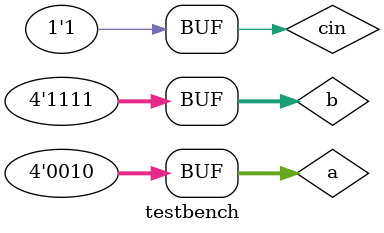
<source format=v>
`timescale 1ns / 1ps

module FullAdder(a, b, cin, cout, s);
input a, b, cin;
output s, cout;
wire [2:0]w;
xor g1(w[0], a, b);
and g2(w[1], a, b);
xor g3(s, w[0], cin);
and g4(w[2], w[0], cin);
or g5(cout, w[1], w[2]);
endmodule

module RippleCarryAdder_GateLevel(s, cin, fcout, a, b);
input [3:0]a, b;
input cin;
output [3:0]s;
wire [2:0]cout;
output fcout;
FullAdder F1(a[0], b[0], cin, cout[0], s[0]);
FullAdder F2(a[1], b[1], cout[0], cout[1], s[1]);
FullAdder F3(a[2], b[2], cout[1], cout[2], s[2]);
FullAdder F4(a[3], b[3], cout[2], fcout, s[3]);
endmodule

module testbench;
reg [3:0]a, b;
reg cin;
wire [3:0]s;
wire [2:0]cout;
wire fcout;
RippleCarryAdder_GateLevel uut(s, cin, fcout, a, b);
initial
begin
    a = 4'd10;
    b = 4'd9;
    cin = 1'b0;
    $monitor ("a = %d, b = %d, cin = %d, s = %d, fcout = %d", a, b, cin, s, fcout);
    #10 a = 4'd15;
    b = 4'd0;
    cin = 1'b1;
    #10 a = 4'd1;
    b = 4'd2;
    cin = 1'b0;
    #10 a = 4'd2;
    b = 4'd15;
    cin = 1'b1;
end
endmodule

</source>
